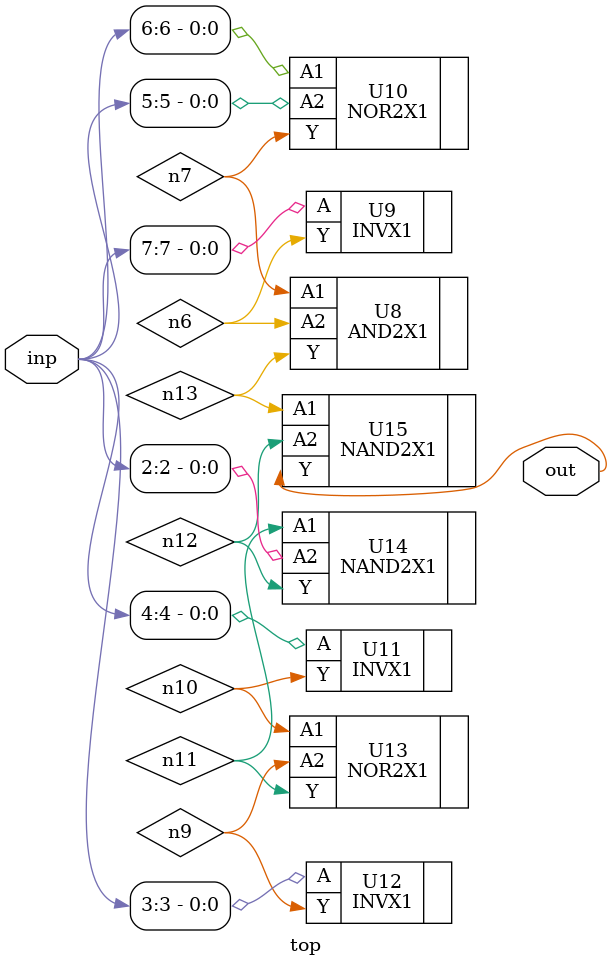
<source format=sv>


module top ( inp, out );
  input [7:0] inp;
  output out;
  wire   n6, n7, n9, n10, n11, n12, n13;

  AND2X1 U8 ( .A1(n7), .A2(n6), .Y(n13) );
  INVX1 U9 ( .A(inp[7]), .Y(n6) );
  NOR2X1 U10 ( .A1(inp[6]), .A2(inp[5]), .Y(n7) );
  INVX1 U11 ( .A(inp[4]), .Y(n10) );
  INVX1 U12 ( .A(inp[3]), .Y(n9) );
  NOR2X1 U13 ( .A1(n10), .A2(n9), .Y(n11) );
  NAND2X1 U14 ( .A1(n11), .A2(inp[2]), .Y(n12) );
  NAND2X1 U15 ( .A1(n13), .A2(n12), .Y(out) );
endmodule


</source>
